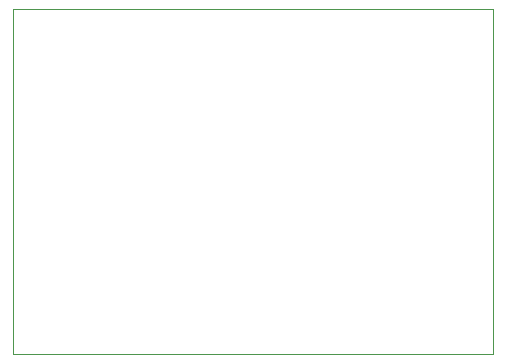
<source format=gbr>
G04 (created by PCBNEW (2013-04-19 BZR 4011)-stable) date 6/9/2013 6:15:15 PM*
%MOIN*%
G04 Gerber Fmt 3.4, Leading zero omitted, Abs format*
%FSLAX34Y34*%
G01*
G70*
G90*
G04 APERTURE LIST*
%ADD10C,0.006*%
%ADD11C,0.00393701*%
G04 APERTURE END LIST*
G54D10*
G54D11*
X71000Y-38000D02*
X87000Y-38000D01*
X87000Y-49500D02*
X71000Y-49500D01*
X87000Y-49500D02*
X87000Y-38000D01*
X71000Y-38000D02*
X71000Y-49500D01*
M02*

</source>
